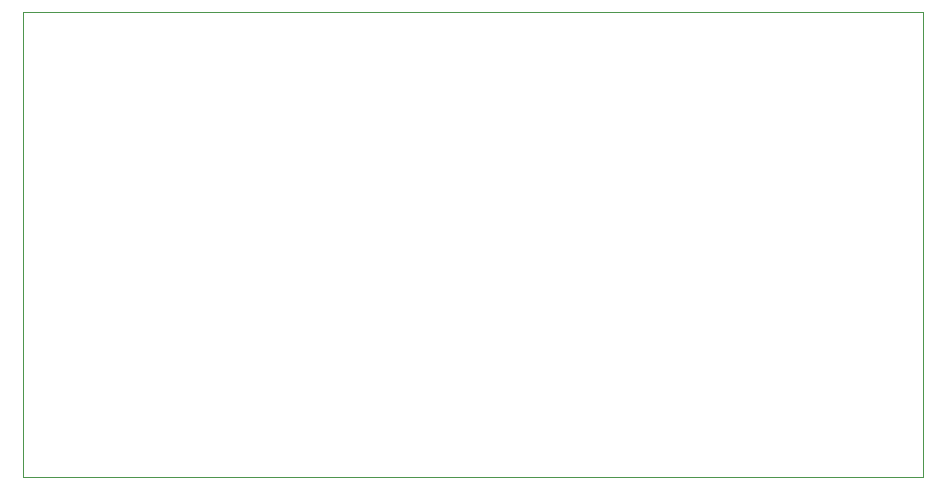
<source format=gbr>
G04 #@! TF.GenerationSoftware,KiCad,Pcbnew,(5.1.4)-1*
G04 #@! TF.CreationDate,2019-11-04T14:48:40+01:00*
G04 #@! TF.ProjectId,Soundsensor Digital,536f756e-6473-4656-9e73-6f7220446967,rev?*
G04 #@! TF.SameCoordinates,Original*
G04 #@! TF.FileFunction,Profile,NP*
%FSLAX46Y46*%
G04 Gerber Fmt 4.6, Leading zero omitted, Abs format (unit mm)*
G04 Created by KiCad (PCBNEW (5.1.4)-1) date 2019-11-04 14:48:40*
%MOMM*%
%LPD*%
G04 APERTURE LIST*
%ADD10C,0.100000*%
G04 APERTURE END LIST*
D10*
X142240000Y-134620000D02*
X142240000Y-95250000D01*
X218440000Y-134620000D02*
X142240000Y-134620000D01*
X218440000Y-95250000D02*
X218440000Y-134620000D01*
X142240000Y-95250000D02*
X218440000Y-95250000D01*
M02*

</source>
